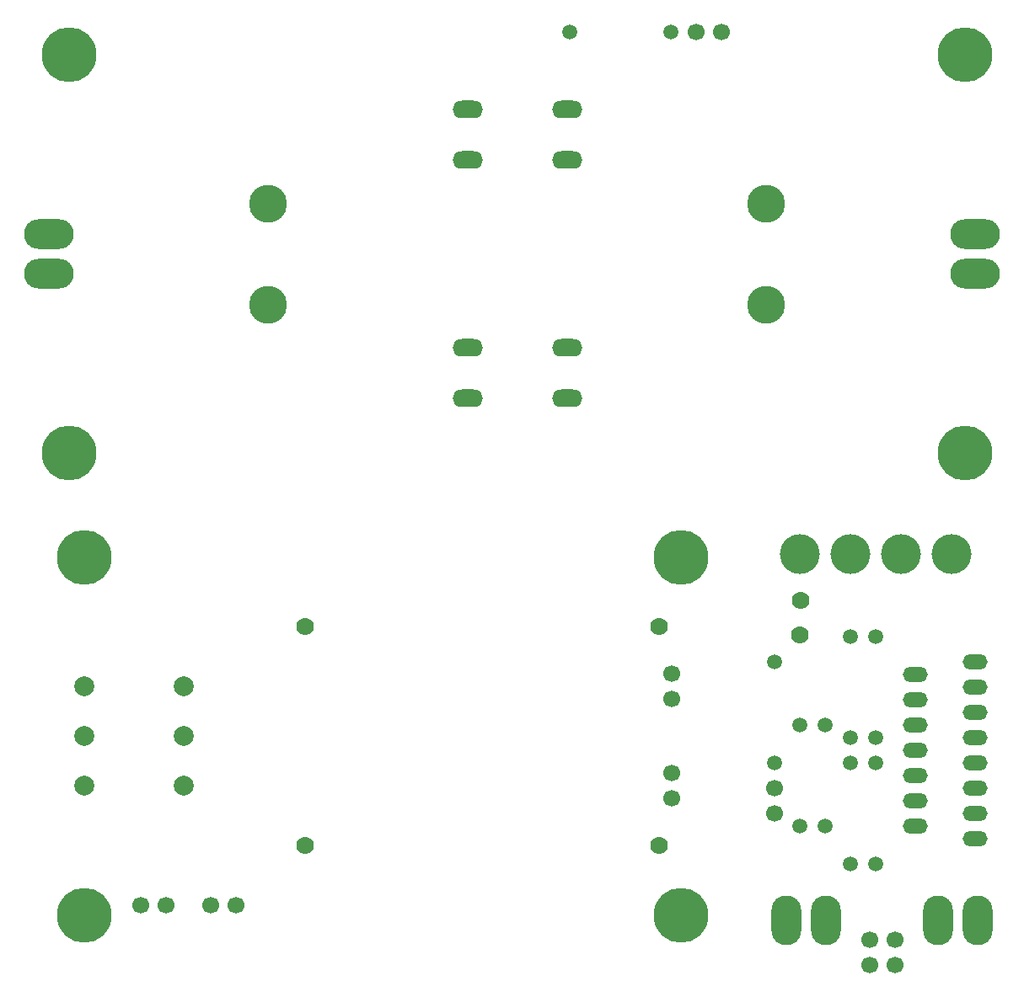
<source format=gts>
G04 (created by PCBNEW (2013-07-07 BZR 4022)-stable) date 27/10/2013 04:34:24*
%MOIN*%
G04 Gerber Fmt 3.4, Leading zero omitted, Abs format*
%FSLAX34Y34*%
G01*
G70*
G90*
G04 APERTURE LIST*
%ADD10C,0.00393701*%
%ADD11C,0.0590551*%
%ADD12C,0.15748*%
%ADD13C,0.0669*%
%ADD14O,0.1181X0.1969*%
%ADD15C,0.07*%
%ADD16O,0.0984252X0.0590551*%
%ADD17O,0.12X0.07*%
%ADD18C,0.15*%
%ADD19C,0.2165*%
%ADD20O,0.1969X0.1181*%
%ADD21C,0.0787402*%
G04 APERTURE END LIST*
G54D10*
G54D11*
X47647Y-37858D03*
X47647Y-41858D03*
X45647Y-36358D03*
X45647Y-40358D03*
X47647Y-32858D03*
X47647Y-36858D03*
X46647Y-37858D03*
X46647Y-41858D03*
X44647Y-36358D03*
X44647Y-40358D03*
X46647Y-32858D03*
X46647Y-36858D03*
G54D12*
X50647Y-29608D03*
X48647Y-29608D03*
X44647Y-29608D03*
X46647Y-29608D03*
G54D13*
X48397Y-45858D03*
X48397Y-44858D03*
X47397Y-45858D03*
X47397Y-44858D03*
G54D14*
X51677Y-44108D03*
X50117Y-44108D03*
X45677Y-44108D03*
X44117Y-44108D03*
G54D11*
X43647Y-33858D03*
X43647Y-37858D03*
G54D15*
X44647Y-32797D03*
X44667Y-31419D03*
G54D16*
X51594Y-33858D03*
X51594Y-34858D03*
X51594Y-35858D03*
X51594Y-36858D03*
X51594Y-37858D03*
X51594Y-38858D03*
X51594Y-39858D03*
X51594Y-40858D03*
X49200Y-34358D03*
X49200Y-35358D03*
X49200Y-36358D03*
X49200Y-37358D03*
X49200Y-38358D03*
X49200Y-39358D03*
X49200Y-40358D03*
G54D13*
X43647Y-38858D03*
X43647Y-39858D03*
G54D17*
X31496Y-11992D03*
X31496Y-13992D03*
X31496Y-21440D03*
X31496Y-23440D03*
X35433Y-21440D03*
X35433Y-23440D03*
X35433Y-11992D03*
X35433Y-13992D03*
G54D18*
X23622Y-15716D03*
X23622Y-19716D03*
X43307Y-15716D03*
X43307Y-19716D03*
G54D19*
X51181Y-9842D03*
X51181Y-25590D03*
X15748Y-25590D03*
X15748Y-9842D03*
G54D20*
X14960Y-18496D03*
X14960Y-16936D03*
X51574Y-16936D03*
X51574Y-18496D03*
G54D11*
X35539Y-8938D03*
X39539Y-8938D03*
G54D13*
X41539Y-8938D03*
X40539Y-8938D03*
G54D21*
X16338Y-34842D03*
X16338Y-36811D03*
X16338Y-38779D03*
X20275Y-34842D03*
X20275Y-36811D03*
X20275Y-38779D03*
G54D13*
X18594Y-43503D03*
X19594Y-43503D03*
X22350Y-43503D03*
X21350Y-43503D03*
X39566Y-39279D03*
X39566Y-38279D03*
X39566Y-34342D03*
X39566Y-35342D03*
G54D15*
X39086Y-41141D03*
X25086Y-41141D03*
X39086Y-32480D03*
X25086Y-32480D03*
G54D19*
X16338Y-43897D03*
X16338Y-29724D03*
X39960Y-29724D03*
X39960Y-43897D03*
M02*

</source>
